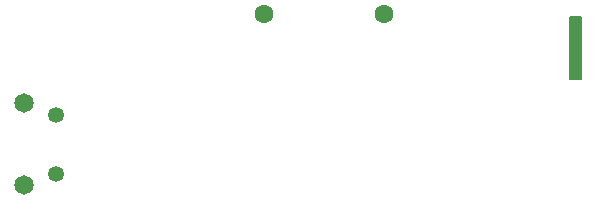
<source format=gbr>
G04 #@! TF.FileFunction,Soldermask,Bot*
%FSLAX46Y46*%
G04 Gerber Fmt 4.6, Leading zero omitted, Abs format (unit mm)*
G04 Created by KiCad (PCBNEW 4.0.2-stable) date 2016-06-02 00:43:14*
%MOMM*%
G01*
G04 APERTURE LIST*
%ADD10C,0.100000*%
%ADD11C,1.600000*%
%ADD12C,1.350000*%
%ADD13C,1.650000*%
%ADD14C,0.150000*%
G04 APERTURE END LIST*
D10*
D11*
X72850000Y-44000000D03*
X62650000Y-44000000D03*
D12*
X45062540Y-52499100D03*
X45062540Y-57499100D03*
D13*
X42362540Y-51499100D03*
X42362540Y-58499100D03*
D14*
G36*
X89525000Y-49525000D02*
X88575000Y-49525000D01*
X88575000Y-44275000D01*
X89525000Y-44275000D01*
X89525000Y-49525000D01*
X89525000Y-49525000D01*
G37*
X89525000Y-49525000D02*
X88575000Y-49525000D01*
X88575000Y-44275000D01*
X89525000Y-44275000D01*
X89525000Y-49525000D01*
M02*

</source>
